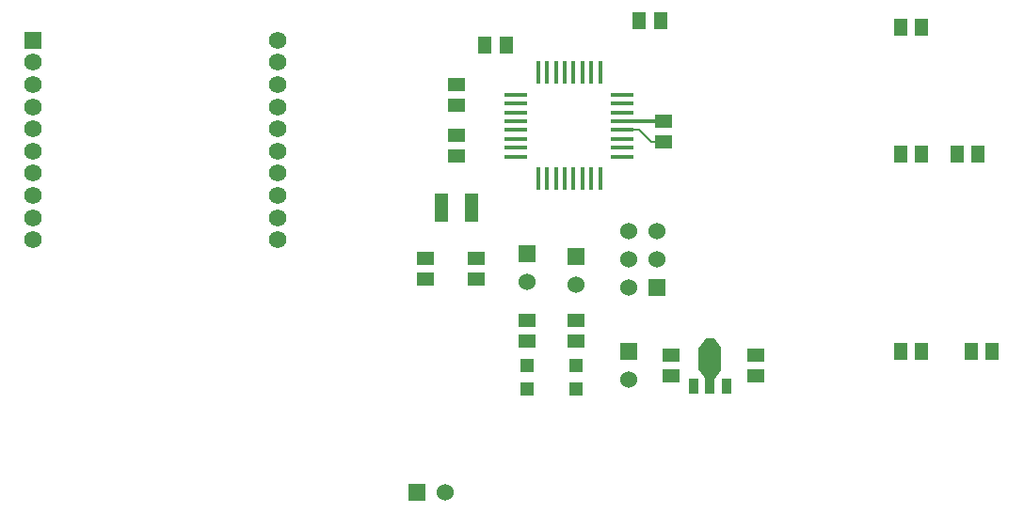
<source format=gtl>
G04 (created by PCBNEW-RS274X (2011-07-12 BZR 3047)-stable) date Thu 15 Sep 2011 21:16:32 BST*
G01*
G70*
G90*
%MOIN*%
G04 Gerber Fmt 3.4, Leading zero omitted, Abs format*
%FSLAX34Y34*%
G04 APERTURE LIST*
%ADD10C,0.006000*%
%ADD11R,0.078700X0.017700*%
%ADD12R,0.017700X0.078700*%
%ADD13R,0.060000X0.060000*%
%ADD14C,0.060000*%
%ADD15R,0.059100X0.051200*%
%ADD16R,0.051200X0.059100*%
%ADD17R,0.047200X0.098400*%
%ADD18R,0.035400X0.055100*%
%ADD19R,0.078700X0.082700*%
%ADD20C,0.062000*%
%ADD21R,0.062000X0.062000*%
%ADD22R,0.047200X0.047200*%
%ADD23C,0.012000*%
%ADD24C,0.008000*%
G04 APERTURE END LIST*
G54D10*
G54D11*
X27004Y-27593D03*
X27004Y-27278D03*
X27004Y-26963D03*
X27004Y-26648D03*
X27004Y-26333D03*
X27004Y-26018D03*
X27004Y-25703D03*
X27004Y-25388D03*
X30770Y-25390D03*
X30770Y-27600D03*
X30770Y-27280D03*
X30770Y-26960D03*
X30770Y-26650D03*
X30770Y-26330D03*
X30770Y-26020D03*
X30770Y-25700D03*
G54D12*
X27788Y-24600D03*
X28102Y-24600D03*
X28418Y-24600D03*
X28732Y-24600D03*
X29048Y-24600D03*
X29362Y-24600D03*
X29678Y-24600D03*
X29992Y-24600D03*
X27790Y-28380D03*
X28100Y-28380D03*
X28420Y-28380D03*
X28730Y-28380D03*
X29040Y-28380D03*
X29360Y-28380D03*
X29680Y-28380D03*
X30000Y-28380D03*
G54D13*
X32001Y-32234D03*
G54D14*
X31001Y-32234D03*
X32001Y-31234D03*
X31001Y-31234D03*
X32001Y-30234D03*
X31001Y-30234D03*
G54D13*
X27407Y-31029D03*
G54D14*
X27407Y-32029D03*
G54D13*
X23500Y-39500D03*
G54D14*
X24500Y-39500D03*
G54D13*
X29119Y-31127D03*
G54D14*
X29119Y-32127D03*
G54D13*
X31000Y-34500D03*
G54D14*
X31000Y-35500D03*
G54D15*
X32500Y-34625D03*
X32500Y-35375D03*
X35500Y-34625D03*
X35500Y-35375D03*
X32230Y-27081D03*
X32230Y-26331D03*
X23804Y-31943D03*
X23804Y-31193D03*
X24907Y-27573D03*
X24907Y-26823D03*
X25615Y-31943D03*
X25615Y-31193D03*
X24900Y-25775D03*
X24900Y-25025D03*
G54D16*
X40625Y-34500D03*
X41375Y-34500D03*
X40625Y-23000D03*
X41375Y-23000D03*
X42625Y-27500D03*
X43375Y-27500D03*
X32132Y-22769D03*
X31382Y-22769D03*
X40625Y-27500D03*
X41375Y-27500D03*
X25910Y-23635D03*
X26660Y-23635D03*
G54D15*
X27407Y-34148D03*
X27407Y-33398D03*
X29119Y-34148D03*
X29119Y-33398D03*
G54D17*
X25431Y-29400D03*
X24369Y-29400D03*
G54D16*
X43125Y-34500D03*
X43875Y-34500D03*
G54D18*
X33883Y-35722D03*
X33292Y-35722D03*
X34474Y-35722D03*
G54D10*
G36*
X33728Y-35485D02*
X33488Y-35171D01*
X34278Y-35171D01*
X34038Y-35485D01*
X33728Y-35485D01*
X33728Y-35485D01*
G37*
G54D19*
X33883Y-34761D03*
G54D10*
G36*
X33488Y-34351D02*
X33728Y-34037D01*
X34038Y-34037D01*
X34278Y-34351D01*
X33488Y-34351D01*
X33488Y-34351D01*
G37*
G54D20*
X09907Y-24246D03*
X09907Y-25033D03*
X09907Y-25820D03*
X09907Y-26608D03*
X09907Y-27395D03*
X09907Y-28183D03*
X09907Y-28970D03*
X09907Y-29757D03*
X09907Y-30545D03*
X18568Y-30545D03*
X18568Y-29757D03*
X18568Y-28970D03*
X18568Y-28183D03*
X18568Y-27395D03*
X18568Y-26608D03*
X18568Y-25820D03*
X18568Y-25033D03*
X18568Y-24246D03*
X18568Y-23458D03*
G54D21*
X09907Y-23458D03*
G54D22*
X27387Y-34994D03*
X27387Y-35820D03*
X29119Y-35013D03*
X29119Y-35839D03*
G54D23*
X30770Y-26330D02*
X32229Y-26330D01*
X32229Y-26330D02*
X32230Y-26331D01*
G54D24*
X30770Y-26650D02*
X31366Y-26650D01*
X31797Y-27081D02*
X32230Y-27081D01*
X31366Y-26650D02*
X31797Y-27081D01*
M02*

</source>
